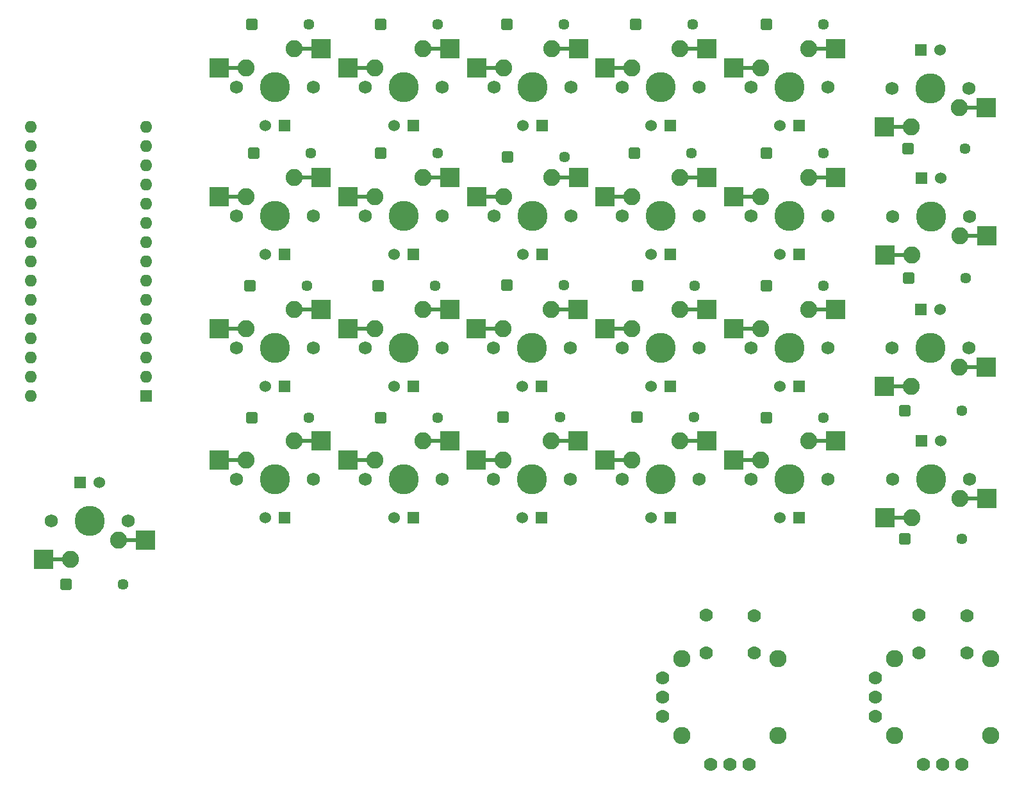
<source format=gbr>
%TF.GenerationSoftware,KiCad,Pcbnew,9.0.2*%
%TF.CreationDate,2025-06-30T11:43:15-04:00*%
%TF.ProjectId,PCB,5043422e-6b69-4636-9164-5f7063625858,rev?*%
%TF.SameCoordinates,Original*%
%TF.FileFunction,Soldermask,Bot*%
%TF.FilePolarity,Negative*%
%FSLAX46Y46*%
G04 Gerber Fmt 4.6, Leading zero omitted, Abs format (unit mm)*
G04 Created by KiCad (PCBNEW 9.0.2) date 2025-06-30 11:43:15*
%MOMM*%
%LPD*%
G01*
G04 APERTURE LIST*
G04 Aperture macros list*
%AMRoundRect*
0 Rectangle with rounded corners*
0 $1 Rounding radius*
0 $2 $3 $4 $5 $6 $7 $8 $9 X,Y pos of 4 corners*
0 Add a 4 corners polygon primitive as box body*
4,1,4,$2,$3,$4,$5,$6,$7,$8,$9,$2,$3,0*
0 Add four circle primitives for the rounded corners*
1,1,$1+$1,$2,$3*
1,1,$1+$1,$4,$5*
1,1,$1+$1,$6,$7*
1,1,$1+$1,$8,$9*
0 Add four rect primitives between the rounded corners*
20,1,$1+$1,$2,$3,$4,$5,0*
20,1,$1+$1,$4,$5,$6,$7,0*
20,1,$1+$1,$6,$7,$8,$9,0*
20,1,$1+$1,$8,$9,$2,$3,0*%
G04 Aperture macros list end*
%ADD10C,1.442000*%
%ADD11RoundRect,0.102000X-0.619000X-0.619000X0.619000X-0.619000X0.619000X0.619000X-0.619000X0.619000X0*%
%ADD12C,1.778000*%
%ADD13C,2.286000*%
%ADD14R,1.600000X1.600000*%
%ADD15O,1.600000X1.600000*%
%ADD16C,1.750000*%
%ADD17C,3.980180*%
%ADD18C,2.250000*%
%ADD19R,1.500000X0.508000*%
%ADD20R,2.550000X2.500000*%
%ADD21R,1.524000X1.524000*%
%ADD22C,1.524000*%
G04 APERTURE END LIST*
D10*
%TO.C,D5*%
X73768500Y-112000000D03*
D11*
X66231500Y-112000000D03*
%TD*%
D10*
%TO.C,D3*%
X98037000Y-72500000D03*
D11*
X90500000Y-72500000D03*
%TD*%
D10*
%TO.C,D1*%
X98268500Y-38000000D03*
D11*
X90731500Y-38000000D03*
%TD*%
D10*
%TO.C,D2*%
X98537000Y-55000000D03*
D11*
X91000000Y-55000000D03*
%TD*%
D10*
%TO.C,D18*%
X149218500Y-72550000D03*
D11*
X141681500Y-72550000D03*
%TD*%
D10*
%TO.C,D14*%
X131513500Y-89874000D03*
D11*
X123976500Y-89874000D03*
%TD*%
D12*
%TO.C,U1*%
X150755400Y-116066500D03*
X157105400Y-116086300D03*
X150755400Y-121006500D03*
X157115400Y-121026500D03*
X151405400Y-135756500D03*
X153945400Y-135776500D03*
X156485400Y-135756500D03*
D13*
X147580400Y-121816500D03*
X147580400Y-131946500D03*
X160280400Y-131961300D03*
X160280400Y-121801300D03*
D12*
X145040400Y-124341300D03*
X145025400Y-126866500D03*
X145025400Y-129406500D03*
%TD*%
D14*
%TO.C,A1*%
X76740000Y-87060000D03*
D15*
X76740000Y-84520000D03*
X76740000Y-81980000D03*
X76740000Y-79440000D03*
X76740000Y-76900000D03*
X76740000Y-74360000D03*
X76740000Y-71820000D03*
X76740000Y-69280000D03*
X76740000Y-66740000D03*
X76740000Y-64200000D03*
X76740000Y-61660000D03*
X76740000Y-59120000D03*
X76740000Y-56580000D03*
X76740000Y-54040000D03*
X76740000Y-51500000D03*
X61500000Y-51500000D03*
X61500000Y-54040000D03*
X61500000Y-56580000D03*
X61500000Y-59120000D03*
X61500000Y-61660000D03*
X61500000Y-64200000D03*
X61500000Y-66740000D03*
X61500000Y-69280000D03*
X61500000Y-71820000D03*
X61500000Y-74360000D03*
X61500000Y-76900000D03*
X61500000Y-79440000D03*
X61500000Y-81980000D03*
X61500000Y-84520000D03*
X61500000Y-87060000D03*
%TD*%
D10*
%TO.C,D4*%
X98268500Y-90000000D03*
D11*
X90731500Y-90000000D03*
%TD*%
D10*
%TO.C,D8*%
X115000000Y-72500000D03*
D11*
X107463000Y-72500000D03*
%TD*%
D10*
%TO.C,D13*%
X131968500Y-72400000D03*
D11*
X124431500Y-72400000D03*
%TD*%
D10*
%TO.C,D10*%
X115268500Y-38000000D03*
D11*
X107731500Y-38000000D03*
%TD*%
D10*
%TO.C,D23*%
X166268500Y-72500000D03*
D11*
X158731500Y-72500000D03*
%TD*%
D10*
%TO.C,D19*%
X149208000Y-89856000D03*
D11*
X141671000Y-89856000D03*
%TD*%
D10*
%TO.C,D20*%
X184587000Y-89000000D03*
D11*
X177050000Y-89000000D03*
%TD*%
D10*
%TO.C,D21*%
X184587000Y-106000000D03*
D11*
X177050000Y-106000000D03*
%TD*%
D10*
%TO.C,D12*%
X132037250Y-55500000D03*
D11*
X124500250Y-55500000D03*
%TD*%
D10*
%TO.C,D24*%
X166268500Y-55000000D03*
D11*
X158731500Y-55000000D03*
%TD*%
D12*
%TO.C,U2*%
X178875000Y-116066500D03*
X185225000Y-116086300D03*
X178875000Y-121006500D03*
X185235000Y-121026500D03*
X179525000Y-135756500D03*
X182065000Y-135776500D03*
X184605000Y-135756500D03*
D13*
X175700000Y-121816500D03*
X175700000Y-131946500D03*
X188400000Y-131961300D03*
X188400000Y-121801300D03*
D12*
X173160000Y-124341300D03*
X173145000Y-126866500D03*
X173145000Y-129406500D03*
%TD*%
D10*
%TO.C,D11*%
X132000000Y-38000000D03*
D11*
X124463000Y-38000000D03*
%TD*%
D10*
%TO.C,D15*%
X185037000Y-71500000D03*
D11*
X177500000Y-71500000D03*
%TD*%
D10*
%TO.C,D9*%
X115268500Y-55000000D03*
D11*
X107731500Y-55000000D03*
%TD*%
D10*
%TO.C,D7*%
X115268500Y-90000000D03*
D11*
X107731500Y-90000000D03*
%TD*%
D10*
%TO.C,D6*%
X184955800Y-54400000D03*
D11*
X177418800Y-54400000D03*
%TD*%
D10*
%TO.C,D17*%
X148837300Y-55000000D03*
D11*
X141300300Y-55000000D03*
%TD*%
D10*
%TO.C,D25*%
X166268500Y-38000000D03*
D11*
X158731500Y-38000000D03*
%TD*%
D10*
%TO.C,D16*%
X148987000Y-37975000D03*
D11*
X141450000Y-37975000D03*
%TD*%
D10*
%TO.C,D22*%
X166268500Y-90000000D03*
D11*
X158731500Y-90000000D03*
%TD*%
D16*
%TO.C,SW13*%
X149850000Y-46295000D03*
D17*
X144770000Y-46295000D03*
D16*
X139690000Y-46295000D03*
D18*
X140960000Y-43755000D03*
D19*
X139245500Y-43755000D03*
D20*
X137410000Y-43755000D03*
X150860000Y-41215000D03*
D19*
X149024500Y-41215000D03*
D18*
X147310000Y-41215000D03*
D21*
X146040000Y-51375000D03*
D22*
X143500000Y-51375000D03*
%TD*%
D16*
%TO.C,SW9*%
X115895000Y-80724000D03*
D17*
X110815000Y-80724000D03*
D16*
X105735000Y-80724000D03*
D18*
X107005000Y-78184000D03*
D19*
X105290500Y-78184000D03*
D20*
X103455000Y-78184000D03*
X116905000Y-75644000D03*
D19*
X115069500Y-75644000D03*
D18*
X113355000Y-75644000D03*
D21*
X112085000Y-85804000D03*
D22*
X109545000Y-85804000D03*
%TD*%
D16*
%TO.C,SW24*%
X166895000Y-80724000D03*
D17*
X161815000Y-80724000D03*
D16*
X156735000Y-80724000D03*
D18*
X158005000Y-78184000D03*
D19*
X156290500Y-78184000D03*
D20*
X154455000Y-78184000D03*
X167905000Y-75644000D03*
D19*
X166069500Y-75644000D03*
D18*
X164355000Y-75644000D03*
D21*
X163085000Y-85804000D03*
D22*
X160545000Y-85804000D03*
%TD*%
D16*
%TO.C,SW7*%
X115900000Y-46300000D03*
D17*
X110820000Y-46300000D03*
D16*
X105740000Y-46300000D03*
D18*
X107010000Y-43760000D03*
D19*
X105295500Y-43760000D03*
D20*
X103460000Y-43760000D03*
X116910000Y-41220000D03*
D19*
X115074500Y-41220000D03*
D18*
X113360000Y-41220000D03*
D21*
X112090000Y-51380000D03*
D22*
X109550000Y-51380000D03*
%TD*%
D16*
%TO.C,SW19*%
X149834500Y-98080000D03*
D17*
X144754500Y-98080000D03*
D16*
X139674500Y-98080000D03*
D18*
X140944500Y-95540000D03*
D19*
X139230000Y-95540000D03*
D20*
X137394500Y-95540000D03*
X150844500Y-93000000D03*
D19*
X149009000Y-93000000D03*
D18*
X147294500Y-93000000D03*
D21*
X146024500Y-103160000D03*
D22*
X143484500Y-103160000D03*
%TD*%
D16*
%TO.C,SW3*%
X98900000Y-63320000D03*
D17*
X93820000Y-63320000D03*
D16*
X88740000Y-63320000D03*
D18*
X90010000Y-60780000D03*
D19*
X88295500Y-60780000D03*
D20*
X86460000Y-60780000D03*
X99910000Y-58240000D03*
D19*
X98074500Y-58240000D03*
D18*
X96360000Y-58240000D03*
D21*
X95090000Y-68400000D03*
D22*
X92550000Y-68400000D03*
%TD*%
D16*
%TO.C,SW11*%
X175308500Y-46405000D03*
D17*
X180388500Y-46405000D03*
D16*
X185468500Y-46405000D03*
D18*
X184198500Y-48945000D03*
D19*
X185913000Y-48945000D03*
D20*
X187748500Y-48945000D03*
X174298500Y-51485000D03*
D19*
X176134000Y-51485000D03*
D18*
X177848500Y-51485000D03*
D21*
X179118500Y-41325000D03*
D22*
X181658500Y-41325000D03*
%TD*%
D16*
%TO.C,SW17*%
X149850000Y-80725000D03*
D17*
X144770000Y-80725000D03*
D16*
X139690000Y-80725000D03*
D18*
X140960000Y-78185000D03*
D19*
X139245500Y-78185000D03*
D20*
X137410000Y-78185000D03*
X150860000Y-75645000D03*
D19*
X149024500Y-75645000D03*
D18*
X147310000Y-75645000D03*
D21*
X146040000Y-85805000D03*
D22*
X143500000Y-85805000D03*
%TD*%
D16*
%TO.C,SW26*%
X175398500Y-98060000D03*
D17*
X180478500Y-98060000D03*
D16*
X185558500Y-98060000D03*
D18*
X184288500Y-100600000D03*
D19*
X186003000Y-100600000D03*
D20*
X187838500Y-100600000D03*
X174388500Y-103140000D03*
D19*
X176224000Y-103140000D03*
D18*
X177938500Y-103140000D03*
D21*
X179208500Y-92980000D03*
D22*
X181748500Y-92980000D03*
%TD*%
D16*
%TO.C,SW2*%
X98905000Y-46300000D03*
D17*
X93825000Y-46300000D03*
D16*
X88745000Y-46300000D03*
D18*
X90015000Y-43760000D03*
D19*
X88300500Y-43760000D03*
D20*
X86465000Y-43760000D03*
X99915000Y-41220000D03*
D19*
X98079500Y-41220000D03*
D18*
X96365000Y-41220000D03*
D21*
X95095000Y-51380000D03*
D22*
X92555000Y-51380000D03*
%TD*%
D16*
%TO.C,SW12*%
X132900000Y-46300000D03*
D17*
X127820000Y-46300000D03*
D16*
X122740000Y-46300000D03*
D18*
X124010000Y-43760000D03*
D19*
X122295500Y-43760000D03*
D20*
X120460000Y-43760000D03*
X133910000Y-41220000D03*
D19*
X132074500Y-41220000D03*
D18*
X130360000Y-41220000D03*
D21*
X129090000Y-51380000D03*
D22*
X126550000Y-51380000D03*
%TD*%
D16*
%TO.C,SW14*%
X132920000Y-63330000D03*
D17*
X127840000Y-63330000D03*
D16*
X122760000Y-63330000D03*
D18*
X124030000Y-60790000D03*
D19*
X122315500Y-60790000D03*
D20*
X120480000Y-60790000D03*
X133930000Y-58250000D03*
D19*
X132094500Y-58250000D03*
D18*
X130380000Y-58250000D03*
D21*
X129110000Y-68410000D03*
D22*
X126570000Y-68410000D03*
%TD*%
D16*
%TO.C,SW5*%
X98895000Y-98058000D03*
D17*
X93815000Y-98058000D03*
D16*
X88735000Y-98058000D03*
D18*
X90005000Y-95518000D03*
D19*
X88290500Y-95518000D03*
D20*
X86455000Y-95518000D03*
X99905000Y-92978000D03*
D19*
X98069500Y-92978000D03*
D18*
X96355000Y-92978000D03*
D21*
X95085000Y-103138000D03*
D22*
X92545000Y-103138000D03*
%TD*%
D16*
%TO.C,SW6*%
X64220000Y-103600000D03*
D17*
X69300000Y-103600000D03*
D16*
X74380000Y-103600000D03*
D18*
X73110000Y-106140000D03*
D19*
X74824500Y-106140000D03*
D20*
X76660000Y-106140000D03*
X63210000Y-108680000D03*
D19*
X65045500Y-108680000D03*
D18*
X66760000Y-108680000D03*
D21*
X68030000Y-98520000D03*
D22*
X70570000Y-98520000D03*
%TD*%
D16*
%TO.C,SW22*%
X166900000Y-46300000D03*
D17*
X161820000Y-46300000D03*
D16*
X156740000Y-46300000D03*
D18*
X158010000Y-43760000D03*
D19*
X156295500Y-43760000D03*
D20*
X154460000Y-43760000D03*
X167910000Y-41220000D03*
D19*
X166074500Y-41220000D03*
D18*
X164360000Y-41220000D03*
D21*
X163090000Y-51380000D03*
D22*
X160550000Y-51380000D03*
%TD*%
D16*
%TO.C,SW4*%
X98895000Y-80724000D03*
D17*
X93815000Y-80724000D03*
D16*
X88735000Y-80724000D03*
D18*
X90005000Y-78184000D03*
D19*
X88290500Y-78184000D03*
D20*
X86455000Y-78184000D03*
X99905000Y-75644000D03*
D19*
X98069500Y-75644000D03*
D18*
X96355000Y-75644000D03*
D21*
X95085000Y-85804000D03*
D22*
X92545000Y-85804000D03*
%TD*%
D16*
%TO.C,SW25*%
X166895000Y-98058000D03*
D17*
X161815000Y-98058000D03*
D16*
X156735000Y-98058000D03*
D18*
X158005000Y-95518000D03*
D19*
X156290500Y-95518000D03*
D20*
X154455000Y-95518000D03*
X167905000Y-92978000D03*
D19*
X166069500Y-92978000D03*
D18*
X164355000Y-92978000D03*
D21*
X163085000Y-103138000D03*
D22*
X160545000Y-103138000D03*
%TD*%
D16*
%TO.C,SW20*%
X175398500Y-63360000D03*
D17*
X180478500Y-63360000D03*
D16*
X185558500Y-63360000D03*
D18*
X184288500Y-65900000D03*
D19*
X186003000Y-65900000D03*
D20*
X187838500Y-65900000D03*
X174388500Y-68440000D03*
D19*
X176224000Y-68440000D03*
D18*
X177938500Y-68440000D03*
D21*
X179208500Y-58280000D03*
D22*
X181748500Y-58280000D03*
%TD*%
D16*
%TO.C,SW23*%
X166900000Y-63320000D03*
D17*
X161820000Y-63320000D03*
D16*
X156740000Y-63320000D03*
D18*
X158010000Y-60780000D03*
D19*
X156295500Y-60780000D03*
D20*
X154460000Y-60780000D03*
X167910000Y-58240000D03*
D19*
X166074500Y-58240000D03*
D18*
X164360000Y-58240000D03*
D21*
X163090000Y-68400000D03*
D22*
X160550000Y-68400000D03*
%TD*%
D16*
%TO.C,SW10*%
X115895000Y-98058000D03*
D17*
X110815000Y-98058000D03*
D16*
X105735000Y-98058000D03*
D18*
X107005000Y-95518000D03*
D19*
X105290500Y-95518000D03*
D20*
X103455000Y-95518000D03*
X116905000Y-92978000D03*
D19*
X115069500Y-92978000D03*
D18*
X113355000Y-92978000D03*
D21*
X112085000Y-103138000D03*
D22*
X109545000Y-103138000D03*
%TD*%
D16*
%TO.C,SW21*%
X175368500Y-80760000D03*
D17*
X180448500Y-80760000D03*
D16*
X185528500Y-80760000D03*
D18*
X184258500Y-83300000D03*
D19*
X185973000Y-83300000D03*
D20*
X187808500Y-83300000D03*
X174358500Y-85840000D03*
D19*
X176194000Y-85840000D03*
D18*
X177908500Y-85840000D03*
D21*
X179178500Y-75680000D03*
D22*
X181718500Y-75680000D03*
%TD*%
D16*
%TO.C,SW15*%
X149850000Y-63300000D03*
D17*
X144770000Y-63300000D03*
D16*
X139690000Y-63300000D03*
D18*
X140960000Y-60760000D03*
D19*
X139245500Y-60760000D03*
D20*
X137410000Y-60760000D03*
X150860000Y-58220000D03*
D19*
X149024500Y-58220000D03*
D18*
X147310000Y-58220000D03*
D21*
X146040000Y-68380000D03*
D22*
X143500000Y-68380000D03*
%TD*%
D16*
%TO.C,SW18*%
X132834500Y-98080000D03*
D17*
X127754500Y-98080000D03*
D16*
X122674500Y-98080000D03*
D18*
X123944500Y-95540000D03*
D19*
X122230000Y-95540000D03*
D20*
X120394500Y-95540000D03*
X133844500Y-93000000D03*
D19*
X132009000Y-93000000D03*
D18*
X130294500Y-93000000D03*
D21*
X129024500Y-103160000D03*
D22*
X126484500Y-103160000D03*
%TD*%
D16*
%TO.C,SW8*%
X115900000Y-63320000D03*
D17*
X110820000Y-63320000D03*
D16*
X105740000Y-63320000D03*
D18*
X107010000Y-60780000D03*
D19*
X105295500Y-60780000D03*
D20*
X103460000Y-60780000D03*
X116910000Y-58240000D03*
D19*
X115074500Y-58240000D03*
D18*
X113360000Y-58240000D03*
D21*
X112090000Y-68400000D03*
D22*
X109550000Y-68400000D03*
%TD*%
D16*
%TO.C,SW16*%
X132850000Y-80750000D03*
D17*
X127770000Y-80750000D03*
D16*
X122690000Y-80750000D03*
D18*
X123960000Y-78210000D03*
D19*
X122245500Y-78210000D03*
D20*
X120410000Y-78210000D03*
X133860000Y-75670000D03*
D19*
X132024500Y-75670000D03*
D18*
X130310000Y-75670000D03*
D21*
X129040000Y-85830000D03*
D22*
X126500000Y-85830000D03*
%TD*%
M02*

</source>
